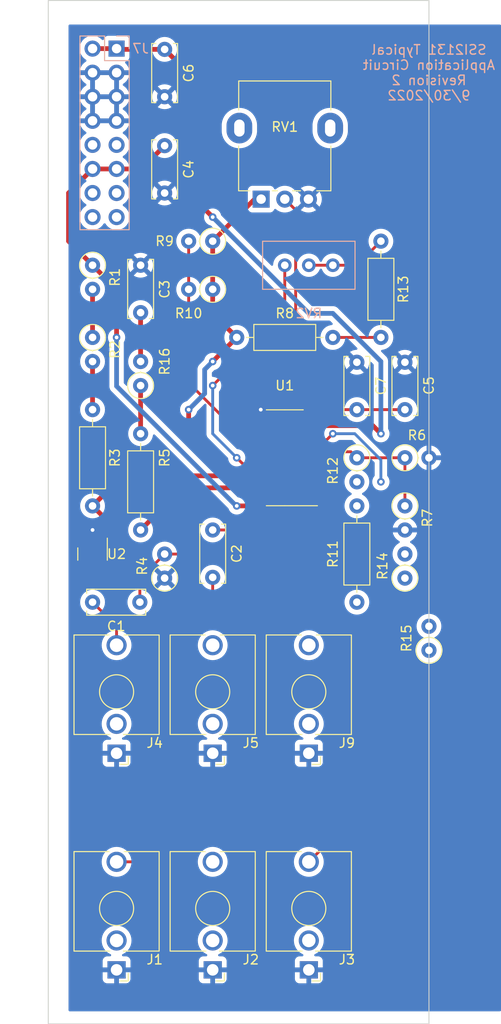
<source format=kicad_pcb>
(kicad_pcb (version 20211014) (generator pcbnew)
  (layers (0 "F.Cu" signal) (31 "B.Cu" power) (34 "B.Paste" user) (35 "F.Paste" user) (36 "B.SilkS" user "B.Silkscreen") (37 "F.SilkS" user "F.Silkscreen") (38 "B.Mask" user) (39 "F.Mask" user) (44 "Edge.Cuts" user))
  (net 0 "")
  (net 1 "Net-(C1-Pad1)")
  (net 2 "HardSync")
  (net 3 "SoftSync")
  (net 4 "Net-(C2-Pad2)")
  (net 5 "GND")
  (net 6 "Net-(C3-Pad2)")
  (net 7 "+5V")
  (net 8 "TCAP")
  (net 9 "-12V")
  (net 10 "Net-(R1-Pad2)")
  (net 11 "Net-(R2-Pad2)")
  (net 12 "VREF")
  (net 13 "BWComp")
  (net 14 "Net-(R16-Pad1)")
  (net 15 "HFTrack")
  (net 16 "Net-(R13-Pad2)")
  (net 17 "LinFreq")
  (net 18 "ExpoFreq")
  (net 23 "Net-(R13-Pad1)")
  (net 24 "ExpoScale")
  (net 25 "SawOut")
  (net 26 "PulseOut")
  (net 27 "TriOut")
  (net 28 "PWMCtrl")
  (net 29 "Net-(J9-PadT)")
  (net 30 "Net-(R11-Pad1)")
  (footprint "Capacitor_THT:C_Disc_D6.0mm_W2.5mm_P5.00mm" (layer "F.Cu") (at 193.04 76.2 90)
    (fp_text reference "C5" (at 2.54 2.54 90) (layer "F.SilkS"))
    (fp_text value "3.3 nF")
    (fp_line (start 5.62 -1.37) (end 5.62 -0.925) (layer "F.SilkS") (width 0.12))
    (fp_line (start -0.62 1.37) (end 5.62 1.37) (layer "F.SilkS") (width 0.12))
    (fp_line (start -0.62 -1.37) (end -0.62 -0.925) (layer "F.SilkS") (width 0.12))
    (fp_line (start -0.62 0.925) (end -0.62 1.37) (layer "F.SilkS") (width 0.12))
    (fp_line (start -0.62 -1.37) (end 5.62 -1.37) (layer "F.SilkS") (width 0.12))
    (fp_line (start 5.62 0.925) (end 5.62 1.37) (layer "F.SilkS") (width 0.12))
    (pad "1" thru_hole circle (at 0 0 90) (size 1.6 1.6) (drill 0.8) (layers *.Cu *.Mask) (net 8 "TCAP"))
    (pad "2" thru_hole circle (at 5 0 90) (size 1.6 1.6) (drill 0.8) (layers *.Cu *.Mask) (net 5 "GND"))
  )
  (footprint "Capacitor_THT:C_Disc_D6.0mm_W2.5mm_P5.00mm" (layer "F.Cu") (at 167.64 43.18 90)
    (fp_text reference "C6" (at 2.5 2.54 90) (layer "F.SilkS"))
    (fp_text value "0.1 uF")
    (fp_line (start -0.62 -1.37) (end 5.62 -1.37) (layer "F.SilkS") (width 0.12))
    (fp_line (start 5.62 -1.37) (end 5.62 -0.925) (layer "F.SilkS") (width 0.12))
    (fp_line (start 5.62 0.925) (end 5.62 1.37) (layer "F.SilkS") (width 0.12))
    (fp_line (start -0.62 0.925) (end -0.62 1.37) (layer "F.SilkS") (width 0.12))
    (fp_line (start -0.62 1.37) (end 5.62 1.37) (layer "F.SilkS") (width 0.12))
    (fp_line (start -0.62 -1.37) (end -0.62 -0.925) (layer "F.SilkS") (width 0.12))
    (pad "1" thru_hole circle (at 0 0 90) (size 1.6 1.6) (drill 0.8) (layers *.Cu *.Mask) (net 5 "GND"))
    (pad "2" thru_hole circle (at 5 0 90) (size 1.6 1.6) (drill 0.8) (layers *.Cu *.Mask) (net 9 "-12V"))
  )
  (footprint "Potentiometer_THT:Potentiometer_Alpha_RD901F-40-00D_Single_Vertical" (layer "F.Cu") (at 177.84 53.985 90)
    (fp_text reference "RV1" (at 7.62 2.5) (layer "F.SilkS"))
    (fp_text value "PWM Knob - 5 kOhms")
    (fp_line (start 0.88 7.37) (end 0.88 5.88) (layer "F.SilkS") (width 0.12))
    (fp_line (start 0.88 4.16) (end 0.88 3.33) (layer "F.SilkS") (width 0.12))
    (fp_line (start 0.88 -1.19) (end 0.88 -2.37) (layer "F.SilkS") (width 0.12))
    (fp_line (start 9.41 -2.37) (end 12.47 -2.37) (layer "F.SilkS") (width 0.12))
    (fp_line (start 9.41 7.37) (end 12.47 7.37) (layer "F.SilkS") (width 0.12))
    (fp_line (start 0.88 -2.38) (end 5.6 -2.38) (layer "F.SilkS") (width 0.12))
    (fp_line (start 0.88 7.37) (end 5.6 7.37) (layer "F.SilkS") (width 0.12))
    (fp_line (start 12.47 7.37) (end 12.47 -2.37) (layer "F.SilkS") (width 0.12))
    (fp_line (start 0.88 1.71) (end 0.88 1.18) (layer "F.SilkS") (width 0.12))
    (pad "" thru_hole oval (at 7.5 -2.3 180) (size 2.72 3.24) (drill oval 1.1 1.8) (layers *.Cu *.Mask))
    (pad "" thru_hole oval (at 7.5 7.3 180) (size 2.72 3.24) (drill oval 1.1 1.8) (layers *.Cu *.Mask))
    (pad "1" thru_hole rect (at 0 0 180) (size 1.8 1.8) (drill 1) (layers *.Cu *.Mask) (net 12 "VREF"))
    (pad "2" thru_hole circle (at 0 2.5 180) (size 1.8 1.8) (drill 1) (layers *.Cu *.Mask) (net 28 "PWMCtrl"))
    (pad "3" thru_hole circle (at 0 5 180) (size 1.8 1.8) (drill 1) (layers *.Cu *.Mask) (net 5 "GND"))
  )
  (footprint "Resistor_THT:R_Axial_DIN0207_L6.3mm_D2.5mm_P2.54mm_Vertical" (layer "F.Cu") (at 167.64 93.98 90)
    (fp_text reference "R4" (at 1.27 -2.37 90) (layer "F.SilkS"))
    (fp_text value "10 kOhms")
    (fp_line (start 1.37 0) (end 1.44 0) (layer "F.SilkS") (width 0.12))
    (fp_circle (center 0 0) (end 1.37 0) (layer "F.SilkS") (width 0.12) (fill none))
    (pad "1" thru_hole circle (at 0 0 90) (size 1.6 1.6) (drill 0.8) (layers *.Cu *.Mask) (net 5 "GND"))
    (pad "2" thru_hole oval (at 2.54 0 90) (size 1.6 1.6) (drill 0.8) (layers *.Cu *.Mask) (net 2 "HardSync"))
  )
  (footprint "Resistor_THT:R_Axial_DIN0207_L6.3mm_D2.5mm_P2.54mm_Vertical" (layer "F.Cu") (at 172.72 63.5 180)
    (fp_text reference "R10" (at 2.54 -2.54) (layer "F.SilkS"))
    (fp_text value "1 MOhms")
    (fp_line (start 1.37 0) (end 1.44 0) (layer "F.SilkS") (width 0.12))
    (fp_circle (center 0 0) (end 1.37 0) (layer "F.SilkS") (width 0.12) (fill none))
    (pad "1" thru_hole circle (at 0 0 180) (size 1.6 1.6) (drill 0.8) (layers *.Cu *.Mask) (net 12 "VREF"))
    (pad "2" thru_hole oval (at 2.54 0 180) (size 1.6 1.6) (drill 0.8) (layers *.Cu *.Mask) (net 17 "LinFreq"))
  )
  (footprint "Resistor_THT:R_Axial_DIN0207_L6.3mm_D2.5mm_P10.16mm_Horizontal" (layer "F.Cu") (at 187.96 86.36 -90)
    (fp_text reference "R11" (at 5.08 2.54 -90) (layer "F.SilkS"))
    (fp_text value "220 kOhms")
    (fp_line (start 8.35 -1.37) (end 1.81 -1.37) (layer "F.SilkS") (width 0.12))
    (fp_line (start 1.81 -1.37) (end 1.81 1.37) (layer "F.SilkS") (width 0.12))
    (fp_line (start 8.35 1.37) (end 8.35 -1.37) (layer "F.SilkS") (width 0.12))
    (fp_line (start 9.12 0) (end 8.35 0) (layer "F.SilkS") (width 0.12))
    (fp_line (start 1.81 1.37) (end 8.35 1.37) (layer "F.SilkS") (width 0.12))
    (fp_line (start 1.04 0) (end 1.81 0) (layer "F.SilkS") (width 0.12))
    (pad "1" thru_hole circle (at 0 0 270) (size 1.6 1.6) (drill 0.8) (layers *.Cu *.Mask) (net 30 "Net-(R11-Pad1)"))
    (pad "2" thru_hole oval (at 10.16 0 270) (size 1.6 1.6) (drill 0.8) (layers *.Cu *.Mask) (net 18 "ExpoFreq"))
  )
  (footprint "Resistor_THT:R_Axial_DIN0207_L6.3mm_D2.5mm_P10.16mm_Horizontal" (layer "F.Cu") (at 165.1 88.9 90)
    (fp_text reference "R5" (at 7.62 2.54 90) (layer "F.SilkS"))
    (fp_text value "220 Ohms")
    (fp_line (start 1.81 -1.37) (end 1.81 1.37) (layer "F.SilkS") (width 0.12))
    (fp_line (start 1.04 0) (end 1.81 0) (layer "F.SilkS") (width 0.12))
    (fp_line (start 9.12 0) (end 8.35 0) (layer "F.SilkS") (width 0.12))
    (fp_line (start 8.35 1.37) (end 8.35 -1.37) (layer "F.SilkS") (width 0.12))
    (fp_line (start 8.35 -1.37) (end 1.81 -1.37) (layer "F.SilkS") (width 0.12))
    (fp_line (start 1.81 1.37) (end 8.35 1.37) (layer "F.SilkS") (width 0.12))
    (pad "1" thru_hole circle (at 0 0 90) (size 1.6 1.6) (drill 0.8) (layers *.Cu *.Mask) (net 13 "BWComp"))
    (pad "2" thru_hole oval (at 10.16 0 90) (size 1.6 1.6) (drill 0.8) (layers *.Cu *.Mask) (net 14 "Net-(R16-Pad1)"))
  )
  (footprint "Connector_Audio:Jack_3.5mm_QingPu_WQP-PJ398SM_Vertical_CircularHoles" (layer "F.Cu") (at 182.88 135.32 180)
    (fp_text reference "J3" (at -4.03 1.08) (layer "F.SilkS"))
    (fp_text value "Tri Out")
    (fp_line (start -0.8 12.48) (end -4.5 12.48) (layer "F.SilkS") (width 0.12))
    (fp_line (start -0.72 1.98) (end -4.5 1.98) (layer "F.SilkS") (width 0.12))
    (fp_line (start 4.5 12.48) (end 0.8 12.48) (layer "F.SilkS") (width 0.12))
    (fp_line (start 4.5 1.98) (end 4.5 12.48) (layer "F.SilkS") (width 0.12))
    (fp_line (start 4.5 1.98) (end 0.72 1.98) (layer "F.SilkS") (width 0.12))
    (fp_line (start -1.23 -1.17) (end -1.23 -0.37) (layer "F.SilkS") (width 0.12))
    (fp_line (start -1.23 -1.17) (end -0.37 -1.17) (layer "F.SilkS") (width 0.12))
    (fp_line (start -4.5 1.98) (end -4.5 12.48) (layer "F.SilkS") (width 0.12))
    (fp_circle (center 0 6.48) (end 1.8 6.48) (layer "F.SilkS") (width 0.12) (fill none))
    (pad "S" thru_hole rect (at 0 0) (size 1.93 1.83) (drill 1.22) (layers *.Cu *.Mask) (net 5 "GND"))
    (pad "T" thru_hole circle (at 0 11.4) (size 2.13 2.13) (drill 1.43) (layers *.Cu *.Mask) (net 27 "TriOut"))
    (pad "TN" thru_hole circle (at 0 3.1) (size 2.13 2.13) (drill 1.42) (layers *.Cu *.Mask))
  )
  (footprint "Resistor_THT:R_Axial_DIN0207_L6.3mm_D2.5mm_P2.54mm_Vertical" (layer "F.Cu") (at 160.02 60.96 -90)
    (fp_text reference "R1" (at 1.27 -2.37 90) (layer "F.SilkS"))
    (fp_text value "4.7 kOhms")
    (fp_line (start 1.37 0) (end 1.44 0) (layer "F.SilkS") (width 0.12))
    (fp_circle (center 0 0) (end 1.37 0) (layer "F.SilkS") (width 0.12) (fill none))
    (pad "1" thru_hole circle (at 0 0 270) (size 1.6 1.6) (drill 0.8) (layers *.Cu *.Mask) (net 7 "+5V"))
    (pad "2" thru_hole oval (at 2.54 0 270) (size 1.6 1.6) (drill 0.8) (layers *.Cu *.Mask) (net 10 "Net-(R1-Pad2)"))
  )
  (footprint "Connector_Audio:Jack_3.5mm_QingPu_WQP-PJ398SM_Vertical_CircularHoles" (layer "F.Cu") (at 162.56 112.46 180)
    (fp_text reference "J4" (at -4.03 1.08) (layer "F.SilkS"))
    (fp_text value "Hard Sync")
    (fp_line (start -0.72 1.98) (end -4.5 1.98) (layer "F.SilkS") (width 0.12))
    (fp_line (start 4.5 1.98) (end 0.72 1.98) (layer "F.SilkS") (width 0.12))
    (fp_line (start -1.23 -1.17) (end -0.37 -1.17) (layer "F.SilkS") (width 0.12))
    (fp_line (start -1.23 -1.17) (end -1.23 -0.37) (layer "F.SilkS") (width 0.12))
    (fp_line (start -0.8 12.48) (end -4.5 12.48) (layer "F.SilkS") (width 0.12))
    (fp_line (start 4.5 12.48) (end 0.8 12.48) (layer "F.SilkS") (width 0.12))
    (fp_line (start 4.5 1.98) (end 4.5 12.48) (layer "F.SilkS") (width 0.12))
    (fp_line (start -4.5 1.98) (end -4.5 12.48) (layer "F.SilkS") (width 0.12))
    (fp_circle (center 0 6.48) (end 1.8 6.48) (layer "F.SilkS") (width 0.12) (fill none))
    (pad "S" thru_hole rect (at 0 0) (size 1.93 1.83) (drill 1.22) (layers *.Cu *.Mask) (net 5 "GND"))
    (pad "T" thru_hole circle (at 0 11.4) (size 2.13 2.13) (drill 1.43) (layers *.Cu *.Mask) (net 1 "Net-(C1-Pad1)"))
    (pad "TN" thru_hole circle (at 0 3.1) (size 2.13 2.13) (drill 1.42) (layers *.Cu *.Mask))
  )
  (footprint "Resistor_THT:R_Axial_DIN0207_L6.3mm_D2.5mm_P10.16mm_Horizontal" (layer "F.Cu") (at 185.42 68.58 180)
    (fp_text reference "R8" (at 5.08 2.54) (layer "F.SilkS"))
    (fp_text value "22 kOhms")
    (fp_line (start 8.35 -1.37) (end 1.81 -1.37) (layer "F.SilkS") (width 0.12))
    (fp_line (start 1.04 0) (end 1.81 0) (layer "F.SilkS") (width 0.12))
    (fp_line (start 1.81 1.37) (end 8.35 1.37) (layer "F.SilkS") (width 0.12))
    (fp_line (start 9.12 0) (end 8.35 0) (layer "F.SilkS") (width 0.12))
    (fp_line (start 1.81 -1.37) (end 1.81 1.37) (layer "F.SilkS") (width 0.12))
    (fp_line (start 8.35 1.37) (end 8.35 -1.37) (layer "F.SilkS") (width 0.12))
    (pad "1" thru_hole circle (at 0 0 180) (size 1.6 1.6) (drill 0.8) (layers *.Cu *.Mask) (net 16 "Net-(R13-Pad2)"))
    (pad "2" thru_hole oval (at 10.16 0 180) (size 1.6 1.6) (drill 0.8) (layers *.Cu *.Mask) (net 12 "VREF"))
  )
  (footprint "Capacitor_THT:C_Disc_D6.0mm_W2.5mm_P5.00mm" (layer "F.Cu") (at 187.96 76.2 90)
    (fp_text reference "C7" (at 2.5 2.54 90) (layer "F.SilkS"))
    (fp_text value "680 pF")
    (fp_line (start -0.62 -1.37) (end 5.62 -1.37) (layer "F.SilkS") (width 0.12))
    (fp_line (start -0.62 1.37) (end 5.62 1.37) (layer "F.SilkS") (width 0.12))
    (fp_line (start -0.62 0.925) (end -0.62 1.37) (layer "F.SilkS") (width 0.12))
    (fp_line (start 5.62 0.925) (end 5.62 1.37) (layer "F.SilkS") (width 0.12))
    (fp_line (start 5.62 -1.37) (end 5.62 -0.925) (layer "F.SilkS") (width 0.12))
    (fp_line (start -0.62 -1.37) (end -0.62 -0.925) (layer "F.SilkS") (width 0.12))
    (pad "1" thru_hole circle (at 0 0 90) (size 1.6 1.6) (drill 0.8) (layers *.Cu *.Mask) (net 8 "TCAP"))
    (pad "2" thru_hole circle (at 5 0 90) (size 1.6 1.6) (drill 0.8) (layers *.Cu *.Mask) (net 5 "GND"))
  )
  (footprint "Connector_Audio:Jack_3.5mm_QingPu_WQP-PJ398SM_Vertical_CircularHoles" (layer "F.Cu") (at 172.72 112.46 180)
    (fp_text reference "J5" (at -4.03 1.08) (layer "F.SilkS"))
    (fp_text value "Soft Sync")
    (fp_line (start -0.8 12.48) (end -4.5 12.48) (layer "F.SilkS") (width 0.12))
    (fp_line (start 4.5 12.48) (end 0.8 12.48) (layer "F.SilkS") (width 0.12))
    (fp_line (start -1.23 -1.17) (end -1.23 -0.37) (layer "F.SilkS") (width 0.12))
    (fp_line (start 4.5 1.98) (end 0.72 1.98) (layer "F.SilkS") (width 0.12))
    (fp_line (start 4.5 1.98) (end 4.5 12.48) (layer "F.SilkS") (width 0.12))
    (fp_line (start -4.5 1.98) (end -4.5 12.48) (layer "F.SilkS") (width 0.12))
    (fp_line (start -0.72 1.98) (end -4.5 1.98) (layer "F.SilkS") (width 0.12))
    (fp_line (start -1.23 -1.17) (end -0.37 -1.17) (layer "F.SilkS") (width 0.12))
    (fp_circle (center 0 6.48) (end 1.8 6.48) (layer "F.SilkS") (width 0.12) (fill none))
    (pad "S" thru_hole rect (at 0 0) (size 1.93 1.83) (drill 1.22) (layers *.Cu *.Mask) (net 5 "GND"))
    (pad "T" thru_hole circle (at 0 11.4) (size 2.13 2.13) (drill 1.43) (layers *.Cu *.Mask) (net 4 "Net-(C2-Pad2)"))
    (pad "TN" thru_hole circle (at 0 3.1) (size 2.13 2.13) (drill 1.42) (layers *.Cu *.Mask))
  )
  (footprint "Resistor_THT:R_Axial_DIN0207_L6.3mm_D2.5mm_P2.54mm_Vertical" (layer "F.Cu") (at 187.96 81.28 -90)
    (fp_text reference "R12" (at 1.37 2.54 90) (layer "F.SilkS"))
    (fp_text value "47 kOhms")
    (fp_line (start 1.37 0) (end 1.44 0) (layer "F.SilkS") (width 0.12))
    (fp_circle (center 0 0) (end 1.37 0) (layer "F.SilkS") (width 0.12) (fill none))
    (pad "1" thru_hole circle (at 0 0 270) (size 1.6 1.6) (drill 0.8) (layers *.Cu *.Mask) (net 15 "HFTrack"))
    (pad "2" thru_hole oval (at 2.54 0 270) (size 1.6 1.6) (drill 0.8) (layers *.Cu *.Mask) (net 30 "Net-(R11-Pad1)"))
  )
  (footprint "Resistor_THT:R_Axial_DIN0207_L6.3mm_D2.5mm_P2.54mm_Vertical" (layer "F.Cu") (at 193.04 86.36 -90)
    (fp_text reference "R7" (at 1.27 -2.37 90) (layer "F.SilkS"))
    (fp_text value "47 kOhms")
    (fp_line (start 1.37 0) (end 1.44 0) (layer "F.SilkS") (width 0.12))
    (fp_circle (center 0 0) (end 1.37 0) (layer "F.SilkS") (width 0.12) (fill none))
    (pad "1" thru_hole circle (at 0 0 270) (size 1.6 1.6) (drill 0.8) (layers *.Cu *.Mask) (net 15 "HFTrack"))
    (pad "2" thru_hole oval (at 2.54 0 270) (size 1.6 1.6) (drill 0.8) (layers *.Cu *.Mask) (net 5 "GND"))
  )
  (footprint "Resistor_THT:R_Axial_DIN0207_L6.3mm_D2.5mm_P10.16mm_Horizontal" (layer "F.Cu") (at 160.02 76.2 -90)
    (fp_text reference "R3" (at 5.08 -2.37 90) (layer "F.SilkS"))
    (fp_text value "1 kOhms")
    (fp_line (start 1.04 0) (end 1.81 0) (layer "F.SilkS") (width 0.12))
    (fp_line (start 1.81 -1.37) (end 1.81 1.37) (layer "F.SilkS") (width 0.12))
    (fp_line (start 8.35 -1.37) (end 1.81 -1.37) (layer "F.SilkS") (width 0.12))
    (fp_line (start 9.12 0) (end 8.35 0) (layer "F.SilkS") (width 0.12))
    (fp_line (start 8.35 1.37) (end 8.35 -1.37) (layer "F.SilkS") (width 0.12))
    (fp_line (start 1.81 1.37) (end 8.35 1.37) (layer "F.SilkS") (width 0.12))
    (pad "1" thru_hole circle (at 0 0 270) (size 1.6 1.6) (drill 0.8) (layers *.Cu *.Mask) (net 11 "Net-(R2-Pad2)"))
    (pad "2" thru_hole oval (at 10.16 0 270) (size 1.6 1.6) (drill 0.8) (layers *.Cu *.Mask) (net 12 "VREF"))
  )
  (footprint "Resistor_THT:R_Axial_DIN0207_L6.3mm_D2.5mm_P2.54mm_Vertical" (layer "F.Cu") (at 193.04 81.28)
    (fp_text reference "R6" (at 1.27 -2.37) (layer "F.SilkS"))
    (fp_text value "4.7 kOhms")
    (fp_line (start 1.37 0) (end 1.44 0) (layer "F.SilkS") (width 0.12))
    (fp_circle (center 0 0) (end 1.37 0) (layer "F.SilkS") (width 0.12) (fill none))
    (pad "1" thru_hole circle (at 0 0) (size 1.6 1.6) (drill 0.8) (layers *.Cu *.Mask) (net 15 "HFTrack"))
    (pad "2" thru_hole oval (at 2.54 0) (size 1.6 1.6) (drill 0.8) (layers *.Cu *.Mask) (net 5 "GND"))
  )
  (footprint "Resistor_THT:R_Axial_DIN0207_L6.3mm_D2.5mm_P2.54mm_Vertical" (layer "F.Cu") (at 160.02 68.58 -90)
    (fp_text reference "R2" (at 1.27 -2.37 90) (layer "F.SilkS"))
    (fp_text value "2.2 kOhms")
    (fp_line (start 1.37 0) (end 1.44 0) (layer "F.SilkS") (width 0.12))
    (fp_circle (center 0 0) (end 1.37 0) (layer "F.SilkS") (width 0.12) (fill none))
    (pad "1" thru_hole circle (at 0 0 270) (size 1.6 1.6) (drill 0.8) (layers *.Cu *.Mask) (net 10 "Net-(R1-Pad2)"))
    (pad "2" thru_hole oval (at 2.54 0 270) (size 1.6 1.6) (drill 0.8) (layers *.Cu *.Mask) (net 11 "Net-(R2-Pad2)"))
  )
  (footprint "Capacitor_THT:C_Disc_D6.0mm_W2.5mm_P5.00mm" (layer "F.Cu") (at 167.64 53.34 90)
    (fp_text reference "C4" (at 2.5 2.54 90) (layer "F.SilkS"))
    (fp_text value "0.1 uF")
    (fp_line (start -0.62 0.925) (end -0.62 1.37) (layer "F.SilkS") (width 0.12))
    (fp_line (start -0.62 1.37) (end 5.62 1.37) (layer "F.SilkS") (width 0.12))
    (fp_line (start 5.62 -1.37) (end 5.62 -0.925) (layer "F.SilkS") (width 0.12))
    (fp_line (start -0.62 -1.37) (end 5.62 -1.37) (layer "F.SilkS") (width 0.12))
    (fp_line (start 5.62 0.925) (end 5.62 1.37) (layer "F.SilkS") (width 0.12))
    (fp_line (start -0.62 -1.37) (end -0.62 -0.925) (layer "F.SilkS") (width 0.12))
    (pad "1" thru_hole circle (at 0 0 90) (size 1.6 1.6) (drill 0.8) (layers *.Cu *.Mask) (net 5 "GND"))
    (pad "2" thru_hole circle (at 5 0 90) (size 1.6 1.6) (drill 0.8) (layers *.Cu *.Mask) (net 7 "+5V"))
  )
  (footprint "Resistor_THT:R_Axial_DIN0207_L6.3mm_D2.5mm_P2.54mm_Vertical" (layer "F.Cu") (at 193.04 93.98 90)
    (fp_text reference "R14" (at 1.27 -2.37 90) (layer "F.SilkS"))
    (fp_text value "100 kOhms")
    (fp_line (start 1.37 0) (end 1.44 0) (layer "F.SilkS") (width 0.12))
    (fp_circle (center 0 0) (end 1.37 0) (layer "F.SilkS") (width 0.12) (fill none))
    (pad "1" thru_hole circle (at 0 0 90) (size 1.6 1.6) (drill 0.8) (layers *.Cu *.Mask) (net 29 "Net-(J9-PadT)"))
    (pad "2" thru_hole oval (at 2.54 0 90) (size 1.6 1.6) (drill 0.8) (layers *.Cu *.Mask) (net 18 "ExpoFreq"))
  )
  (footprint "Capacitor_THT:C_Disc_D6.0mm_W2.5mm_P5.00mm" (layer "F.Cu") (at 165.1 60.96 -90)
    (fp_text reference "C3" (at 2.54 -2.54 90) (layer "F.SilkS"))
    (fp_text value "10 nF")
    (fp_line (start -0.62 1.37) (end 5.62 1.37) (layer "F.SilkS") (width 0.12))
    (fp_line (start 5.62 -1.37) (end 5.62 -0.925) (layer "F.SilkS") (width 0.12))
    (fp_line (start 5.62 0.925) (end 5.62 1.37) (layer "F.SilkS") (width 0.12))
    (fp_line (start -0.62 -1.37) (end 5.62 -1.37) (layer "F.SilkS") (width 0.12))
    (fp_line (start -0.62 -1.37) (end -0.62 -0.925) (layer "F.SilkS") (width 0.12))
    (fp_line (start -0.62 0.925) (end -0.62 1.37) (layer "F.SilkS") (width 0.12))
    (pad "1" thru_hole circle (at 0 0 270) (size 1.6 1.6) (drill 0.8) (layers *.Cu *.Mask) (net 5 "GND"))
    (pad "2" thru_hole circle (at 5 0 270) (size 1.6 1.6) (drill 0.8) (layers *.Cu *.Mask) (net 6 "Net-(C3-Pad2)"))
  )
  (footprint "Package_SO:SOIC-16_3.9x9.9mm_P1.27mm" (layer "F.Cu") (at 180.34 81.28 180)
    (fp_text reference "U1" (at 0 7.62) (layer "F.SilkS"))
    (fp_text value "SSI2131")
    (fp_line (start 0 -5.06) (end 1.95 -5.06) (layer "F.SilkS") (width 0.12))
    (fp_line (start 0 -5.06) (end -3.45 -5.06) (layer "F.SilkS") (width 0.12))
    (fp_line (start 0 5.06) (end -1.95 5.06) (layer "F.SilkS") (width 0.12))
    (fp_line (start 0 5.06) (end 1.95 5.06) (layer "F.SilkS") (width 0.12))
    (pad "1" smd roundrect (at -2.475 -4.445 180) (size 1.95 0.6) (layers "F.Cu" "F.Paste" "F.Mask") (net 25 "SawOut"))
    (pad "2" smd roundrect (at -2.475 -3.175 180) (size 1.95 0.6) (layers "F.Cu" "F.Paste" "F.Mask") (net 26 "PulseOut"))
    (pad "3" smd roundrect (at -2.475 -1.905 180) (size 1.95 0.6) (layers "F.Cu" "F.Paste" "F.Mask") (net 28 "PWMCtrl"))
    (pad "4" smd roundrect (at -2.475 -0.635 180) (size 1.95 0.6) (layers "F.Cu" "F.Paste" "F.Mask") (net 27 "TriOut"))
    (pad "5" smd roundrect (at -2.475 0.635 180) (size 1.95 0.6) (layers "F.Cu" "F.Paste" "F.Mask") (net 15 "HFTrack"))
    (pad "6" smd roundrect (at -2.475 1.905 180) (size 1.95 0.6) (layers "F.Cu" "F.Paste" "F.Mask") (net 18 "ExpoFreq"))
    (pad "7" smd roundrect (at -2.475 3.175 180) (size 1.95 0.6) (layers "F.Cu" "F.Paste" "F.Mask") (net 9 "-12V"))
    (pad "8" smd roundrect (at -2.475 4.445 180) (size 1.95 0.6) (layers "F.Cu" "F.Paste" "F.Mask") (net 8 "TCAP"))
    (pad "9" smd roundrect (at 2.475 4.445 180) (size 1.95 0.6) (layers "F.Cu" "F.Paste" "F.Mask") (net 5 "GND"))
    (pad "10" smd roundrect (at 2.475 3.175 180) (size 1.95 0.6) (layers "F.Cu" "F.Paste" "F.Mask") (net 2 "HardSync"))
    (pad "11" smd roundrect (at 2.475 1.905 180) (size 1.95 0.6) (layers "F.Cu" "F.Paste" "F.Mask") (net 3 "SoftSync"))
    (pad "12" smd roundrect (at 2.475 0.635 180) (size 1.95 0.6) (layers "F.Cu" "F.Paste" "F.Mask") (net 17 "LinFreq"))
    (pad "13" smd roundrect (at 2.475 -0.635 180) (size 1.95 0.6) (layers "F.Cu" "F.Paste" "F.Mask") (net 24 "ExpoScale"))
    (pad "14" smd roundrect (at 2.475 -1.905 180) (size 1.95 0.6) (layers "F.Cu" "F.Paste" "F.Mask") (net 12 "VREF"))
    (pad "15" smd roundrect (at 2.475 -3.175 180) (size 1.95 0.6) (layers "F.Cu" "F.Paste" "F.Mask") (net 13 "BWComp"))
    (pad "16" smd roundrect (at 2.475 -4.445 180) (size 1.95 0.6) (layers "F.Cu" "F.Paste" "F.Mask") (net 7 "+5V"))
  )
  (footprint "Resistor_THT:R_Axial_DIN0207_L6.3mm_D2.5mm_P2.54mm_Vertical" (layer "F.Cu") (at 195.58 101.6 90)
    (fp_text reference "R15" (at 1.27 -2.37 90) (layer "F.SilkS"))
    (fp_text value "100 kOhms")
    (fp_line (start 1.37 0) (end 1.44 0) (layer "F.SilkS") (width 0.12))
    (fp_circle (center 0 0) (end 1.37 0) (layer "F.SilkS") (width 0.12) (fill none))
    (pad "1" thru_hole circle (at 0 0 90) (size 1.6 1.6) (drill 0.8) (layers *.Cu *.Mask) (net 29 "Net-(J9-PadT)"))
    (pad "2" thru_hole oval (at 2.54 0 90) (size 1.6 1.6) (drill 0.8) (layers *.Cu *.Mask) (net 18 "ExpoFreq"))
  )
  (footprint "Capacitor_THT:C_Disc_D6.0mm_W2.5mm_P5.00mm" (layer "F.Cu") (at 172.72 88.9 -90)
    (fp_text reference "C2" (at 2.5 -2.54 90) (layer "F.SilkS"))
    (fp_text value "10 nF")
    (fp_line (start -0.62 -1.37) (end 5.62 -1.37) (layer "F.SilkS") (width 0.12))
    (fp_line (start -0.62 1.37) (end 5.62 1.37) (layer "F.SilkS") (width 0.12))
    (fp_line (start 5.62 -1.37) (end 5.62 -0.925) (layer "F.SilkS") (width 0.12))
    (fp_line (start -0.62 -1.37) (end -0.62 -0.925) (layer "F.SilkS") (width 0.12))
    (fp_line (start 5.62 0.925) (end 5.62 1.37) (layer "F.SilkS") (width 0.12))
    (fp_line (start -0.62 0.925) (end -0.62 1.37) (layer "F.SilkS") (width 0.12))
    (pad "1" thru_hole circle (at 0 0 270) (size 1.6 1.6) (drill 0.8) (layers *.Cu *.Mask) (net 3 "SoftSync"))
    (pad "2" thru_hole circle (at 5 0 270) (size 1.6 1.6) (drill 0.8) (layers *.Cu *.Mask) (net 4 "Net-(C2-Pad2)"))
  )
  (footprint "Connector_Audio:Jack_3.5mm_QingPu_WQP-PJ398SM_Vertical_CircularHoles" (layer "F.Cu") (at 162.56 135.32 180)
    (fp_text reference "J1" (at -4.03 1.08) (layer "F.SilkS"))
    (fp_text value "Saw Out")
    (fp_line (start -1.23 -1.17) (end -0.37 -1.17) (layer "F.SilkS") (width 0.12))
    (fp_line (start -4.5 1.98) (end -4.5 12.48) (layer "F.SilkS") (width 0.12))
    (fp_line (start 4.5 1.98) (end 0.72 1.98) (layer "F.SilkS") (width 0.12))
    (fp_line (start 4.5 1.98) (end 4.5 12.48) (layer "F.SilkS") (width 0.12))
    (fp_line (start 4.5 12.48) (end 0.8 12.48) (layer "F.SilkS") (width 0.12))
    (fp_line (start -0.8 12.48) (end -4.5 12.48) (layer "F.SilkS") (width 0.12))
    (fp_line (start -0.72 1.98) (end -4.5 1.98) (layer "F.SilkS") (width 0.12))
    (fp_line (start -1.23 -1.17) (end -1.23 -0.37) (layer "F.SilkS") (width 0.12))
    (fp_circle (center 0 6.48) (end 1.8 6.48) (layer "F.SilkS") (width 0.12) (fill none))
    (pad "S" thru_hole rect (at 0 0) (size 1.93 1.83) (drill 1.22) (layers *.Cu *.Mask) (net 5 "GND"))
    (pad "T" thru_hole circle (at 0 11.4) (size 2.13 2.13) (drill 1.43) (layers *.Cu *.Mask) (net 25 "SawOut"))
    (pad "TN" thru_hole circle (at 0 3.1) (size 2.13 2.13) (drill 1.42) (layers *.Cu *.Mask))
  )
  (footprint "Resistor_THT:R_Axial_DIN0207_L6.3mm_D2.5mm_P2.54mm_Vertical" (layer "F.Cu") (at 165.1 73.66 90)
    (fp_text reference "R16" (at 2.54 2.54 90) (layer "F.SilkS"))
    (fp_text value "47 Ohms")
    (fp_line (start 1.37 0) (end 1.44 0) (layer "F.SilkS") (width 0.12))
    (fp_circle (center 0 0) (end 1.37 0) (layer "F.SilkS") (width 0.12) (fill none))
    (pad "1" thru_hole circle (at 0 0 90) (size 1.6 1.6) (drill 0.8) (layers *.Cu *.Mask) (net 14 "Net-(R16-Pad1)"))
    (pad "2" thru_hole oval (at 2.54 0 90) (size 1.6 1.6) (drill 0.8) (layers *.Cu *.Mask) (net 6 "Net-(C3-Pad2)"))
  )
  (footprint "Resistor_THT:R_Axial_DIN0207_L6.3mm_D2.5mm_P2.54mm_Vertical" (layer "F.Cu") (at 172.72 58.42 180)
    (fp_text reference "R9" (at 5.08 0) (layer "F.SilkS"))
    (fp_text value "1 MOhms")
    (fp_line (start 1.37 0) (end 1.44 0) (layer "F.SilkS") (width 0.12))
    (fp_circle (center 0 0) (end 1.37 0) (layer "F.SilkS") (width 0.12) (fill none))
    (pad "1" thru_hole circle (at 0 0 180) (size 1.6 1.6) (drill 0.8) (layers *.Cu *.Mask) (net 12 "VREF"))
    (pad "2" thru_hole oval (at 2.54 0 180) (size 1.6 1.6) (drill 0.8) (layers *.Cu *.Mask) (net 17 "LinFreq"))
  )
  (footprint "Capacitor_THT:C_Disc_D6.0mm_W2.5mm_P5.00mm" (layer "F.Cu") (at 160.02 96.52)
    (fp_text reference "C1" (at 2.5 2.54) (layer "F.SilkS"))
    (fp_text value "10 nF")
    (fp_line (start 5.62 0.925) (end 5.62 1.37) (layer "F.SilkS") (width 0.12))
    (fp_line (start -0.62 -1.37) (end 5.62 -1.37) (layer "F.SilkS") (width 0.12))
    (fp_line (start -0.62 0.925) (end -0.62 1.37) (layer "F.SilkS") (width 0.12))
    (fp_line (start -0.62 -1.37) (end -0.62 -0.925) (layer "F.SilkS") (width 0.12))
    (fp_line (start 5.62 -1.37) (end 5.62 -0.925) (layer "F.SilkS") (width 0.12))
    (fp_line (start -0.62 1.37) (end 5.62 1.37) (layer "F.SilkS") (width 0.12))
    (pad "1" thru_hole circle (at 0 0) (size 1.6 1.6) (drill 0.8) (layers *.Cu *.Mask) (net 1 "Net-(C1-Pad1)"))
    (pad "2" thru_hole circle (at 5 0) (size 1.6 1.6) (drill 0.8) (layers *.Cu *.Mask) (net 2 "HardSync"))
  )
  (footprint "Resistor_THT:R_Axial_DIN0207_L6.3mm_D2.5mm_P10.16mm_Horizontal" (layer "F.Cu") (at 190.5 58.42 -90)
    (fp_text reference "R13" (at 5.08 -2.37 90) (layer "F.SilkS"))
    (fp_text value "100 Ohms")
    (fp_line (start 1.81 -1.37) (end 1.81 1.37) (layer "F.SilkS") (width 0.12))
    (fp_line (start 1.04 0) (end 1.81 0) (layer "F.SilkS") (width 0.12))
    (fp_line (start 1.81 1.37) (end 8.35 1.37) (layer "F.SilkS") (width 0.12))
    (fp_line (start 8.35 1.37) (end 8.35 -1.37) (layer "F.SilkS") (width 0.12))
    (fp_line (start 8.35 -1.37) (end 1.81 -1.37) (layer "F.SilkS") (width 0.12))
    (fp_line (start 9.12 0) (end 8.35 0) (layer "F.SilkS") (width 0.12))
    (pad "1" thru_hole circle (at 0 0 270) (size 1.6 1.6) (drill 0.8) (layers *.Cu *.Mask) (net 23 "Net-(R13-Pad1)"))
    (pad "2" thru_hole oval (at 10.16 0 270) (size 1.6 1.6) (drill 0.8) (layers *.Cu *.Mask) (net 16 "Net-(R13-Pad2)"))
  )
  (footprint "Connector_Audio:Jack_3.5mm_QingPu_WQP-PJ398SM_Vertical_CircularHoles" (layer "F.Cu") (at 172.72 135.32 180)
    (fp_text reference "J2" (at -4.03 1.08) (layer "F.SilkS"))
    (fp_text value "Pulse Out")
    (fp_line (start -0.8 12.48) (end -4.5 12.48) (layer "F.SilkS") (width 0.12))
    (fp_line (start -0.72 1.98) (end -4.5 1.98) (layer "F.SilkS") (width 0.12))
    (fp_line (start -1.23 -1.17) (end -0.37 -1.17) (layer "F.SilkS") (width 0.12))
    (fp_line (start 4.5 12.48) (end 0.8 12.48) (layer "F.SilkS") (width 0.12))
    (fp_line (start 4.5 1.98) (end 0.72 1.98) (layer "F.SilkS") (width 0.12))
    (fp_line (start -1.23 -1.17) (end -1.23 -0.37) (layer "F.SilkS") (width 0.12))
    (fp_line (start 4.5 1.98) (end 4.5 12.48) (layer "F.SilkS") (width 0.12))
    (fp_line (start -4.5 1.98) (end -4.5 12.48) (layer "F.SilkS") (width 0.12))
    (fp_circle (center 0 6.48) (end 1.8 6.48) (layer "F.SilkS") (width 0.12) (fill none))
    (pad "S" thru_hole rect (at 0 0) (size 1.93 1.83) (drill 1.22) (layers *.Cu *.Mask) (net 5 "GND"))
    (pad "T" thru_hole circle (at 0 11.4) (size 2.13 2.13) (drill 1.43) (layers *.Cu *.Mask) (net 26 "PulseOut"))
    (pad "TN" thru_hole circle (at 0 3.1) (size 2.13 2.13) (drill 1.42) (layers *.Cu *.Mask))
  )
  (footprint "Package_TO_SOT_SMD:SOT-23" (layer "F.Cu") (at 160.02 91.44 -90)
    (fp_text reference "U2" (at 0 -2.54) (layer "F.SilkS"))
    (fp_text value "LM4040DBZ-2.5")
    (fp_line (start 0 -1.56) (end 0.65 -1.56) (layer "F.SilkS") (width 0.12))
    (fp_line (start 0 -1.56) (end -1.675 -1.56) (layer "F.SilkS") (width 0.12))
    (fp_line (start 0 1.56) (end 0.65 1.56) (layer "F.SilkS") (width 0.12))
    (fp_line (start 0 1.56) (end -0.65 1.56) (layer "F.SilkS") (width 0.12))
    (pad "1" smd roundrect (at -0.9375 -0.95 270) (size 1.475 0.6) (layers "F.Cu" "F.Paste" "F.Mask") (net 12 "VREF"))
    (pad "2" smd roundrect (at -0.9375 0.95 270) (size 1.475 0.6) (layers "F.Cu" "F.Paste" "F.Mask") (net 5 "GND"))
    (pad "3" smd roundrect (at 0.9375 0 270) (size 1.475 0.6) (layers "F.Cu" "F.Paste" "F.Mask"))
  )
  (footprint "Connector_Audio:Jack_3.5mm_QingPu_WQP-PJ398SM_Vertical_CircularHoles" (layer "F.Cu") (at 182.88 112.46 180)
    (fp_text reference "J9" (at -4.03 1.08) (layer "F.SilkS"))
    (fp_text value "Expo Freq")
    (fp_line (start -0.72 1.98) (end -4.5 1.98) (layer "F.SilkS") (width 0.12))
    (fp_line (start 4.5 1.98) (end 4.5 12.48) (layer "F.SilkS") (width 0.12))
    (fp_line (start -1.23 -1.17) (end -1.23 -0.37) (layer "F.SilkS") (width 0.12))
    (fp_line (start -4.5 1.98) (end -4.5 12.48) (layer "F.SilkS") (width 0.12))
    (fp_line (start -0.8 12.48) (end -4.5 12.48) (layer "F.SilkS") (width 0.12))
    (fp_line (start 4.5 1.98) (end 0.72 1.98) (layer "F.SilkS") (width 0.12))
    (fp_line (start -1.23 -1.17) (end -0.37 -1.17) (layer "F.SilkS") (width 0.12))
    (fp_line (start 4.5 12.48) (end 0.8 12.48) (layer "F.SilkS") (width 0.12))
    (fp_circle (center 0 6.48) (end 1.8 6.48) (layer "F.SilkS") (width 0.12) (fill none))
    (pad "S" thru_hole rect (at 0 0) (size 1.93 1.83) (drill 1.22) (layers *.Cu *.Mask) (net 5 "GND"))
    (pad "T" thru_hole circle (at 0 11.4) (size 2.13 2.13) (drill 1.43) (layers *.Cu *.Mask) (net 29 "Net-(J9-PadT)"))
    (pad "TN" thru_hole circle (at 0 3.1) (size 2.13 2.13) (drill 1.42) (layers *.Cu *.Mask))
  )
  (footprint "Connector_PinHeader_2.54mm:PinHeader_2x08_P2.54mm_Vertical" (layer "B.Cu") (at 162.56 38.1 180)
    (fp_text reference "J7" (at -2.54 0) (layer "B.SilkS") (effects (justify mirror)))
    (fp_text value "16-Pin uZeus Power Header")
    (fp_line (start 1.27 1.33) (end 3.87 1.33) (layer "B.SilkS") (width 0.12))
    (fp_line (start -1.33 -19.11) (end 3.87 -19.11) (layer "B.SilkS") (width 0.12))
    (fp_line (start -1.33 1.33) (end 0 1.33) (layer "B.SilkS") (width 0.12))
    (fp_line (start 3.87 1.33) (end 3.87 -19.11) (layer "B.SilkS") (width 0.12))
    (fp_line (start -1.33 -1.27) (end 1.27 -1.27) (layer "B.SilkS") (width 0.12))
    (fp_line (start -1.33 -1.27) (end -1.33 -19.11) (layer "B.SilkS") (width 0.12))
    (fp_line (start 1.27 -1.27) (end 1.27 1.33) (layer "B.SilkS") (width 0.12))
    (fp_line (start -1.33 0) (end -1.33 1.33) (layer "B.SilkS") (width 0.12))
    (pad "1" thru_hole rect (at 0 0 180) (size 1.7 1.7) (drill 1) (layers *.Cu *.Mask) (net 9 "-12V"))
    (pad "2" thru_hole oval (at 2.54 0 180) (size 1.7 1.7) (drill 1) (layers *.Cu *.Mask) (net 9 "-12V"))
    (pad "3" thru_hole oval (at 0 -2.54 180) (size 1.7 1.7) (drill 1) (layers *.Cu *.Mask) (net 5 "GND"))
    (pad "4" thru_hole oval (at 2.54 -2.54 180) (size 1.7 1.7) (drill 1) (layers *.Cu *.Mask) (net 5 "GND"))
    (pad "5" thru_hole oval (at 0 -5.08 180) (size 1.7 1.7) (drill 1) (layers *.Cu *.Mask) (net 5 "GND"))
    (pad "6" thru_hole oval (at 2.54 -5.08 180) (size 1.7 1.7) (drill 1) (layers *.Cu *.Mask) (net 5 "GND"))
    (pad "7" thru_hole oval (at 0 -7.62 180) (size 1.7 1.7) (drill 1) (layers *.Cu *.Mask) (net 5 "GND"))
    (pad "8" thru_hole oval (at 2.54 -7.62 180) (size 1.7 1.7) (drill 1) (layers *.Cu *.Mask) (net 5 "GND"))
    (pad "9" thru_hole oval (at 0 -10.16 180) (size 1.7 1.7) (drill 1) (layers *.Cu *.Mask))
    (pad "10" thru_hole oval (at 2.54 -10.16 180) (size 1.7 1.7) (drill 1) (layers *.Cu *.Mask))
    (pad "11" thru_hole oval (at 0 -12.7 180) (size 1.7 1.7) (drill 1) (layers *.Cu *.Mask) (net 7 "+5V"))
    (pad "12" thru_hole oval (at 2.54 -12.7 180) (size 1.7 1.7) (drill 1) (layers *.Cu *.Mask) (net 7 "+5V"))
    (pad "13" thru_hole oval (at 0 -15.24 180) (size 1.7 1.7) (drill 1) (layers *.Cu *.Mask))
    (pad "14" thru_hole oval (at 2.54 -15.24 180) (size 1.7 1.7) (drill 1) (layers *.Cu *.Mask))
    (pad "15" thru_hole oval (at 0 -17.78 180) (size 1.7 1.7) (drill 1) (layers *.Cu *.Mask))
    (pad "16" thru_hole oval (at 2.54 -17.78 180) (size 1.7 1.7) (drill 1) (layers *.Cu *.Mask))
  )
  (footprint "Potentiometer_THT:Potentiometer_Bourns_3296W_Vertical" (layer "B.Cu") (at 180.34 60.96 180)
    (fp_text reference "RV2" (at -2.54 -5.08) (layer "B.SilkS") (effects (justify mirror)))
    (fp_text value "Expo Scale Trim - 5 kOhms")
    (fp_line (start -7.425 2.53) (end -7.425 -2.54) (layer "B.SilkS") (width 0.12))
    (fp_line (start -7.425 2.53) (end 2.345 2.53) (layer "B.SilkS") (width 0.12))
    (fp_line (start -7.425 -2.54) (end 2.345 -2.54) (layer "B.SilkS") (width 0.12))
    (fp_line (start 2.345 2.53) (end 2.345 -2.54) (layer "B.SilkS") (width 0.12))
    (pad "1" thru_hole circle (at 0 0 180) (size 1.44 1.44) (drill 0.8) (layers *.Cu *.Mask) (net 24 "ExpoScale"))
    (pad "2" thru_hole circle (at -2.54 0 180) (size 1.44 1.44) (drill 0.8) (layers *.Cu *.Mask) (net 23 "Net-(R13-Pad1)"))
    (pad "3" thru_hole circle (at -5.08 0 180) (size 1.44 1.44) (drill 0.8) (layers *.Cu *.Mask) (net 23 "Net-(R13-Pad1)"))
  )
  (gr_rect (start 155.34 33.02) (end 195.58 141.02) (layer "Edge.Cuts") (width 0.1) (fill none))
  (gr_text "SSI2131 Typical\nApplication Circuit\nRevision 2\n9/30/2022" (at 195.58 40.64) (layer "B.SilkS") (effects (font (size 1 1)) (justify mirror)))
  (segment (start 162.56 99.06) (end 160.02 96.52) (width 0.3) (layer "F.Cu") (net 1))
  (segment (start 162.56 101.06) (end 162.56 99.06) (width 0.3) (layer "F.Cu") (net 1))
  (segment (start 165.02 96.52) (end 165.02 94.06) (width 0.3) (layer "F.Cu") (net 2))
  (segment (start 179.69 86.289213) (end 179.69 79.517893) (width 0.3) (layer "F.Cu") (net 2))
  (segment (start 165.02 94.06) (end 167.64 91.44) (width 0.3) (layer "F.Cu") (net 2))
  (segment (start 167.64 91.44) (end 174.539213 91.44) (width 0.3) (layer "F.Cu") (net 2))
  (segment (start 179.69 79.517893) (end 178.277107 78.105) (width 0.3) (layer "F.Cu") (net 2))
  (segment (start 178.277107 78.105) (end 177.865 78.105) (width 0.3) (layer "F.Cu") (net 2))
  (segment (start 174.539213 91.44) (end 179.69 86.289213) (width 0.3) (layer "F.Cu") (net 2))
  (segment (start 179.19 80.145) (end 178.42 79.375) (width 0.3) (layer "F.Cu") (net 3))
  (segment (start 179.19 86.082107) (end 179.19 80.145) (width 0.3) (layer "F.Cu") (net 3))
  (segment (start 172.72 88.9) (end 176.372107 88.9) (width 0.3) (layer "F.Cu") (net 3))
  (segment (start 176.372107 88.9) (end 179.19 86.082107) (width 0.3) (layer "F.Cu") (net 3))
  (segment (start 178.42 79.375) (end 177.865 79.375) (width 0.3) (layer "F.Cu") (net 3))
  (segment (start 172.72 93.9) (end 172.72 98.52) (width 0.3) (layer "F.Cu") (net 4))
  (segment (start 172.72 98.52) (end 175.26 101.06) (width 0.3) (layer "F.Cu") (net 4))
  (segment (start 177.865 76.835) (end 177.865 76.265) (width 0.5) (layer "F.Cu") (net 5))
  (segment (start 159.07 90.5025) (end 159.07 89.85) (width 0.5) (layer "F.Cu") (net 5))
  (segment (start 159.07 89.85) (end 160.02 88.9) (width 0.5) (layer "F.Cu") (net 5))
  (segment (start 177.865 76.265) (end 177.8 76.2) (width 0.5) (layer "F.Cu") (net 5))
  (via (at 177.8 76.2) (size 0.8) (drill 0.4) (layers "F.Cu" "B.Cu") (net 5))
  (via (at 160.02 88.9) (size 0.8) (drill 0.4) (layers "F.Cu" "B.Cu") (net 5))
  (segment (start 165.1 65.96) (end 165.1 71.12) (width 0.5) (layer "F.Cu") (net 6))
  (segment (start 162.56 50.8) (end 165.18 50.8) (width 0.5) (layer "F.Cu") (net 7))
  (segment (start 157.48 53.34) (end 157.48 58.42) (width 0.5) (layer "F.Cu") (net 7))
  (segment (start 160.02 50.8) (end 157.48 53.34) (width 0.5) (layer "F.Cu") (net 7))
  (segment (start 162.56 50.8) (end 160.02 50.8) (width 0.5) (layer "F.Cu") (net 7))
  (segment (start 160.02 60.96) (end 162.56 63.5) (width 0.5) (layer "F.Cu") (net 7))
  (segment (start 157.48 58.42) (end 160.02 60.96) (width 0.5) (layer "F.Cu") (net 7))
  (segment (start 162.56 63.5) (end 162.56 68.58) (width 0.5) (layer "F.Cu") (net 7))
  (segment (start 175.26 86.36) (end 177.23 86.36) (width 0.5) (layer "F.Cu") (net 7))
  (segment (start 177.23 86.36) (end 177.865 85.725) (width 0.5) (layer "F.Cu") (net 7))
  (segment (start 165.18 50.8) (end 167.64 48.34) (width 0.5) (layer "F.Cu") (net 7))
  (via (at 162.56 68.58) (size 0.8) (drill 0.4) (layers "F.Cu" "B.Cu") (net 7))
  (via (at 175.26 86.36) (size 0.8) (drill 0.4) (layers "F.Cu" "B.Cu") (net 7))
  (segment (start 162.56 68.58) (end 162.56 73.722155) (width 0.5) (layer "B.Cu") (net 7))
  (segment (start 175.197845 86.36) (end 175.26 86.36) (width 0.5) (layer "B.Cu") (net 7))
  (segment (start 162.56 73.722155) (end 175.197845 86.36) (width 0.5) (layer "B.Cu") (net 7))
  (segment (start 183.45 76.2) (end 182.815 76.835) (width 0.3) (layer "F.Cu") (net 8))
  (segment (start 187.96 76.2) (end 183.45 76.2) (width 0.3) (layer "F.Cu") (net 8))
  (segment (start 193.04 76.2) (end 187.96 76.2) (width 0.3) (layer "F.Cu") (net 8))
  (segment (start 162.56 38.1) (end 160.02 38.1) (width 0.5) (layer "F.Cu") (net 9))
  (segment (start 167.64 38.18) (end 162.64 38.18) (width 0.5) (layer "F.Cu") (net 9))
  (segment (start 162.64 38.18) (end 162.56 38.1) (width 0.5) (layer "F.Cu") (net 9))
  (segment (start 183.03 77.89) (end 182.815 78.105) (width 0.5) (layer "F.Cu") (net 9))
  (segment (start 167.64 38.18) (end 171.47 42.01) (width 0.5) (layer "F.Cu") (net 9))
  (segment (start 171.47 54.63) (end 172.72 55.88) (width 0.5) (layer "F.Cu") (net 9))
  (segment (start 189.65 77.89) (end 183.03 77.89) (width 0.5) (layer "F.Cu") (net 9))
  (segment (start 190.5 78.74) (end 189.65 77.89) (width 0.5) (layer "F.Cu") (net 9))
  (segment (start 171.47 42.01) (end 171.47 54.63) (width 0.5) (layer "F.Cu") (net 9))
  (via (at 190.5 78.74) (size 0.8) (drill 0.4) (layers "F.Cu" "B.Cu") (net 9))
  (via (at 172.72 55.88) (size 0.8) (drill 0.4) (layers "F.Cu" "B.Cu") (net 9))
  (segment (start 172.72 55.88) (end 182.88 66.04) (width 0.5) (layer "B.Cu") (net 9))
  (segment (start 182.88 66.04) (end 185.42 66.04) (width 0.5) (layer "B.Cu") (net 9))
  (segment (start 190.5 71.12) (end 190.5 78.74) (width 0.5) (layer "B.Cu") (net 9))
  (segment (start 185.42 66.04) (end 190.5 71.12) (width 0.5) (layer "B.Cu") (net 9))
  (segment (start 160.02 68.58) (end 160.02 63.5) (width 0.5) (layer "F.Cu") (net 10))
  (segment (start 160.02 76.2) (end 160.02 71.12) (width 0.5) (layer "F.Cu") (net 11))
  (segment (start 172.72 63.5) (end 172.72 66.04) (width 0.5) (layer "F.Cu") (net 12))
  (segment (start 172.72 66.04) (end 175.26 68.58) (width 0.5) (layer "F.Cu") (net 12))
  (segment (start 160.02 86.36) (end 163.195 83.185) (width 0.5) (layer "F.Cu") (net 12))
  (segment (start 163.195 83.185) (end 174.625 83.185) (width 0.5) (layer "F.Cu") (net 12))
  (segment (start 174.625 83.185) (end 177.865 83.185) (width 0.5) (layer "F.Cu") (net 12))
  (segment (start 177.155 53.985) (end 172.72 58.42) (width 0.5) (layer "F.Cu") (net 12))
  (segment (start 160.97 87.31) (end 160.02 86.36) (width 0.5) (layer "F.Cu") (net 12))
  (segment (start 170.18 76.2) (end 170.18 78.74) (width 0.5) (layer "F.Cu") (net 12))
  (segment (start 172.72 58.42) (end 172.72 63.5) (width 0.5) (layer "F.Cu") (net 12))
  (segment (start 175.26 68.58) (end 172.72 71.12) (width 0.5) (layer "F.Cu") (net 12))
  (segment (start 170.18 78.74) (end 174.625 83.185) (width 0.5) (layer "F.Cu") (net 12))
  (segment (start 160.97 90.5025) (end 160.97 87.31) (width 0.5) (layer "F.Cu") (net 12))
  (segment (start 177.84 53.985) (end 177.155 53.985) (width 0.5) (layer "F.Cu") (net 12))
  (via (at 170.18 76.2) (size 0.8) (drill 0.4) (layers "F.Cu" "B.Cu") (net 12))
  (via (at 172.72 71.12) (size 0.8) (drill 0.4) (layers "F.Cu" "B.Cu") (net 12))
  (segment (start 171.87 71.97) (end 171.87 74.51) (width 0.5) (layer "B.Cu") (net 12))
  (segment (start 172.72 71.12) (end 171.87 71.97) (width 0.5) (layer "B.Cu") (net 12))
  (segment (start 171.87 74.51) (end 170.18 76.2) (width 0.5) (layer "B.Cu") (net 12))
  (segment (start 165.1 88.9) (end 169.545 84.455) (width 0.5) (layer "F.Cu") (net 13))
  (segment (start 169.545 84.455) (end 177.865 84.455) (width 0.5) (layer "F.Cu") (net 13))
  (segment (start 165.1 73.66) (end 165.1 78.74) (width 0.5) (layer "F.Cu") (net 14))
  (segment (start 187.96 81.28) (end 187.325 80.645) (width 0.3) (layer "F.Cu") (net 15))
  (segment (start 193.04 81.28) (end 187.96 81.28) (width 0.3) (layer "F.Cu") (net 15))
  (segment (start 187.325 80.645) (end 182.815 80.645) (width 0.3) (layer "F.Cu") (net 15))
  (segment (start 193.04 86.36) (end 193.04 81.28) (width 0.3) (layer "F.Cu") (net 15))
  (segment (start 190.5 68.58) (end 185.42 68.58) (width 0.3) (layer "F.Cu") (net 16))
  (segment (start 170.18 63.5) (end 170.18 73.372107) (width 0.3) (layer "F.Cu") (net 17))
  (segment (start 177.452893 80.645) (end 177.865 80.645) (width 0.3) (layer "F.Cu") (net 17))
  (segment (start 170.18 58.42) (end 170.18 63.5) (width 0.3) (layer "F.Cu") (net 17))
  (segment (start 170.18 73.372107) (end 177.452893 80.645) (width 0.3) (layer "F.Cu") (net 17))
  (segment (start 185.42 78.74) (end 184.785 79.375) (width 0.3) (layer "F.Cu") (net 18))
  (segment (start 184.785 79.375) (end 182.815 79.375) (width 0.3) (layer "F.Cu") (net 18))
  (via (at 190.5 83.82) (size 0.8) (drill 0.4) (layers "F.Cu" "B.Cu") (net 18))
  (via (at 185.42 78.74) (size 0.8) (drill 0.4) (layers "F.Cu" "B.Cu") (net 18))
  (segment (start 187.739312 78.74) (end 185.42 78.74) (width 0.3) (layer "B.Cu") (net 18))
  (segment (start 190.5 81.500688) (end 187.739312 78.74) (width 0.3) (layer "B.Cu") (net 18))
  (segment (start 190.5 83.82) (end 190.5 81.500688) (width 0.3) (layer "B.Cu") (net 18))
  (segment (start 185.42 60.96) (end 182.88 60.96) (width 0.3) (layer "F.Cu") (net 23))
  (segment (start 185.42 60.96) (end 187.96 60.96) (width 0.3) (layer "F.Cu") (net 23))
  (segment (start 187.96 60.96) (end 190.5 58.42) (width 0.3) (layer "F.Cu") (net 23))
  (segment (start 175.895 81.915) (end 177.865 81.915) (width 0.3) (layer "F.Cu") (net 24))
  (segment (start 175.26 81.28) (end 175.895 81.915) (width 0.3) (layer "F.Cu") (net 24))
  (segment (start 180.34 66.04) (end 172.72 73.66) (width 0.3) (layer "F.Cu") (net 24))
  (segment (start 180.34 60.96) (end 180.34 66.04) (width 0.3) (layer "F.Cu") (net 24))
  (via (at 172.72 73.66) (size 0.8) (drill 0.4) (layers "F.Cu" "B.Cu") (net 24))
  (via (at 175.26 81.28) (size 0.8) (drill 0.4) (layers "F.Cu" "B.Cu") (net 24))
  (segment (start 172.72 73.66) (end 172.72 78.74) (width 0.3) (layer "B.Cu") (net 24))
  (segment (start 172.72 78.74) (end 175.26 81.28) (width 0.3) (layer "B.Cu") (net 24))
  (segment (start 180.975 85.725) (end 182.815 85.725) (width 0.3) (layer "F.Cu") (net 25))
  (segment (start 177.8 88.9) (end 180.975 85.725) (width 0.3) (layer "F.Cu") (net 25))
  (segment (start 177.8 112.5) (end 177.8 88.9) (width 0.3) (layer "F.Cu") (net 25))
  (segment (start 166.38 123.92) (end 177.8 112.5) (width 0.3) (layer "F.Cu") (net 25))
  (segment (start 162.56 123.92) (end 166.38 123.92) (width 0.3) (layer "F.Cu") (net 25))
  (segment (start 175.26 115.747106) (end 178.3 112.707106) (width 0.3) (layer "F.Cu") (net 26))
  (segment (start 184.14 85.08) (end 183.515 84.455) (width 0.3) (layer "F.Cu") (net 26))
  (segment (start 181.032106 86.375) (end 183.847107 86.375) (width 0.3) (layer "F.Cu") (net 26))
  (segment (start 178.3 112.707106) (end 178.3 89.107106) (width 0.3) (layer "F.Cu") (net 26))
  (segment (start 175.26 123.92) (end 175.26 115.747106) (width 0.3) (layer "F.Cu") (net 26))
  (segment (start 184.14 86.082107) (end 184.14 85.08) (width 0.3) (layer "F.Cu") (net 26))
  (segment (start 178.3 89.107106) (end 181.032106 86.375) (width 0.3) (layer "F.Cu") (net 26))
  (segment (start 183.847107 86.375) (end 184.14 86.082107) (width 0.3) (layer "F.Cu") (net 26))
  (segment (start 183.515 84.455) (end 182.815 84.455) (width 0.3) (layer "F.Cu") (net 26))
  (segment (start 183.227107 81.915) (end 185.42 84.107893) (width 0.3) (layer "F.Cu") (net 27))
  (segment (start 185.42 121.38) (end 182.88 123.92) (width 0.3) (layer "F.Cu") (net 27))
  (segment (start 185.42 84.107893) (end 185.42 121.38) (width 0.3) (layer "F.Cu") (net 27))
  (segment (start 182.815 81.915) (end 183.227107 81.915) (width 0.3) (layer "F.Cu") (net 27))
  (segment (start 180.34 53.985) (end 181.49 55.135) (width 0.3) (layer "F.Cu") (net 28))
  (segment (start 182.245 83.185) (end 182.815 83.185) (width 0.3) (layer "F.Cu") (net 28))
  (segment (start 181.49 55.135) (end 181.49 82.43) (width 0.3) (layer "F.Cu") (net 28))
  (segment (start 181.49 82.43) (end 182.245 83.185) (width 0.3) (layer "F.Cu") (net 28))
  (zone (net 5) (net_name "GND") (layer "B.Cu") (connect_pads (clearance 0.508)) (min_thickness 0.254) (fill yes (thermal_gap 0.508) (thermal_bridge_width 0.508))
    (polygon (pts (xy 203.2 139.7) (xy 157.48 139.7) (xy 157.48 35.56) (xy 203.2 35.56)))
  )
)
</source>
